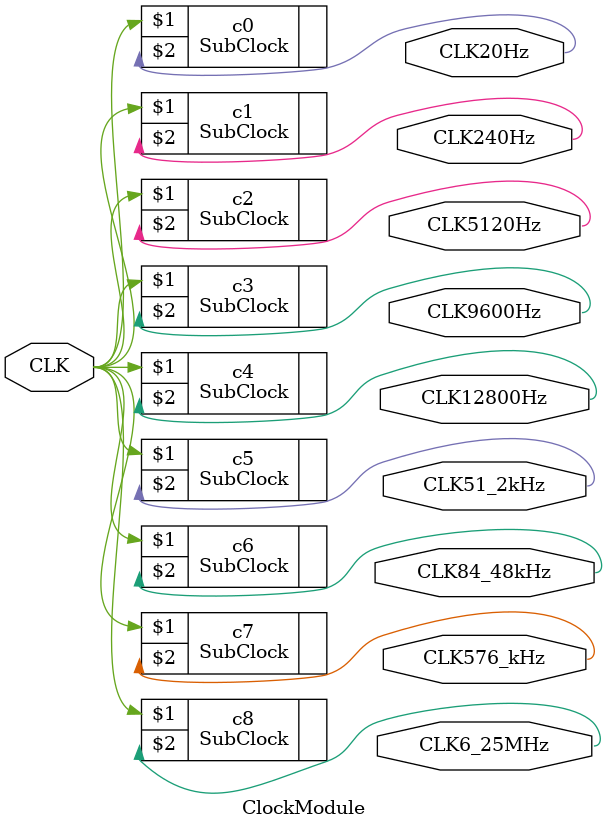
<source format=v>
`timescale 1ns / 1ps
module ClockModule(
    input CLK, 
	 output CLK20Hz,
    output CLK240Hz, // Used for 7-SEG
	 output CLK5120Hz,	// 20Hz * 256
	 output CLK9600Hz,
	 output CLK12800Hz,
	 output CLK51_2kHz, // 256*200 Hz
	 output CLK84_48kHz, // Used for VEX Motor
	 output CLK576_kHz,	// 256* 147
	 output CLK6_25MHz
    );
	 
	 // Instantiate the module
	 defparam c0.Divider = 2500000;// 20 Hz
	 defparam c1.Divider = 208333;// 240 Hz
	 defparam c2.Divider = 9766;// 	5.12 kHz
	 defparam c3.Divider = 5208; // 	9.6 kHz
	 defparam c4.Divider = 3906; // 	12.8 kHz
	 defparam c5.Divider = 977; // 	37.12 kHz
	 defparam c6.Divider = 592;// 330*256 Hz (84480 Hz)
	 defparam c7.Divider = 87;	// 	576 kHz
	 defparam c8.Divider = 8;
	 SubClock c0 (CLK, CLK20Hz);
	 SubClock c1 (CLK, CLK240Hz);
	 SubClock c2 (CLK, CLK5120Hz);
	 SubClock c3 (CLK, CLK9600Hz);
	 SubClock c4 (CLK, CLK12800Hz);
	 SubClock c5 (CLK, CLK51_2kHz);
	 SubClock c6 (CLK, CLK84_48kHz);
	 SubClock c7 (CLK, CLK576_kHz);
	 SubClock c8 (CLK, CLK6_25MHz);

endmodule

</source>
